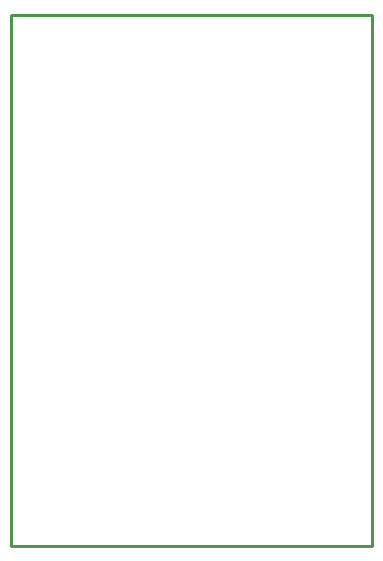
<source format=gko>
G04 Layer: BoardOutline*
G04 EasyEDA v6.4.5, 2020-09-09T10:55:23+00:00*
G04 38f018f296924ca58de56823afda666e,b97ca10cbf7f413284ca0e80e24dcd20,10*
G04 Gerber Generator version 0.2*
G04 Scale: 100 percent, Rotated: No, Reflected: No *
G04 Dimensions in inches *
G04 leading zeros omitted , absolute positions ,2 integer and 4 decimal *
%FSLAX24Y24*%
%MOIN*%
G90*
G70D02*

%ADD10C,0.010000*%
G54D10*
G01X0Y17700D02*
G01X12050Y17700D01*
G01X12050Y0D01*
G01X0Y0D01*
G01X0Y17700D01*

%LPD*%
M00*
M02*

</source>
